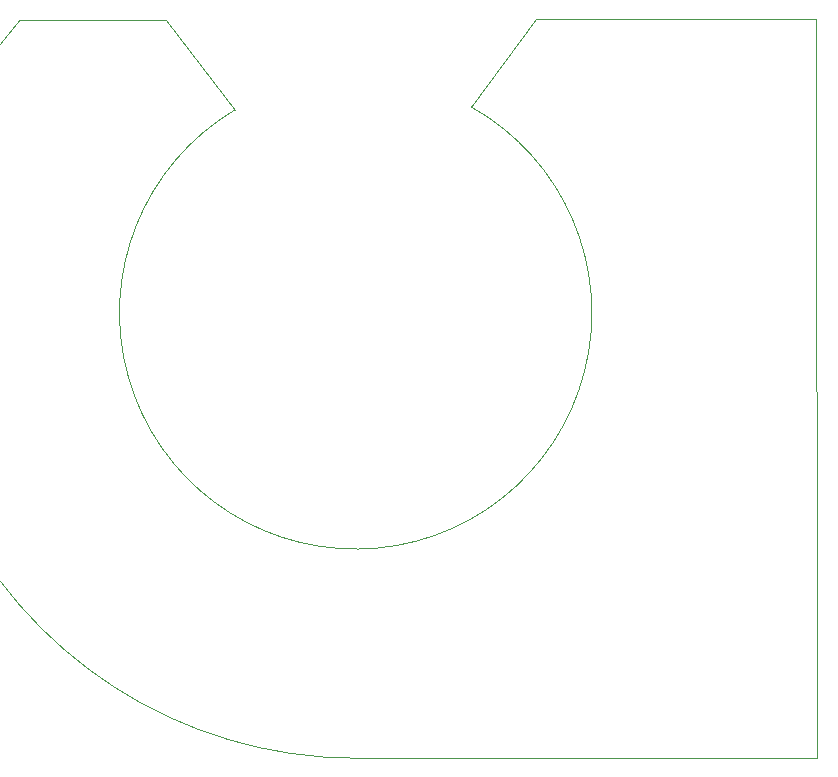
<source format=gbr>
G04 #@! TF.GenerationSoftware,KiCad,Pcbnew,5.1.5-52549c5~84~ubuntu18.04.1*
G04 #@! TF.CreationDate,2020-06-06T17:16:43+02:00*
G04 #@! TF.ProjectId,roboy_3.0_40mm_magnetic_field_calibration,726f626f-795f-4332-9e30-5f34306d6d5f,rev?*
G04 #@! TF.SameCoordinates,Original*
G04 #@! TF.FileFunction,Profile,NP*
%FSLAX46Y46*%
G04 Gerber Fmt 4.6, Leading zero omitted, Abs format (unit mm)*
G04 Created by KiCad (PCBNEW 5.1.5-52549c5~84~ubuntu18.04.1) date 2020-06-06 17:16:43*
%MOMM*%
%LPD*%
G04 APERTURE LIST*
%ADD10C,0.050000*%
G04 APERTURE END LIST*
D10*
X178000000Y-61100000D02*
X154300000Y-61100000D01*
X178100000Y-123700000D02*
X178000000Y-61100000D01*
X139000000Y-123704110D02*
X178100000Y-123700000D01*
X139000000Y-123704110D02*
G75*
G02X110600001Y-61200001I0J37704110D01*
G01*
X148770601Y-68552499D02*
X154300000Y-61100000D01*
X122900000Y-61200000D02*
X110600000Y-61200000D01*
X128800001Y-68800001D02*
X122900000Y-61200000D01*
X148770601Y-68552499D02*
G75*
G02X128800001Y-68800001I-9770601J-17447501D01*
G01*
M02*

</source>
